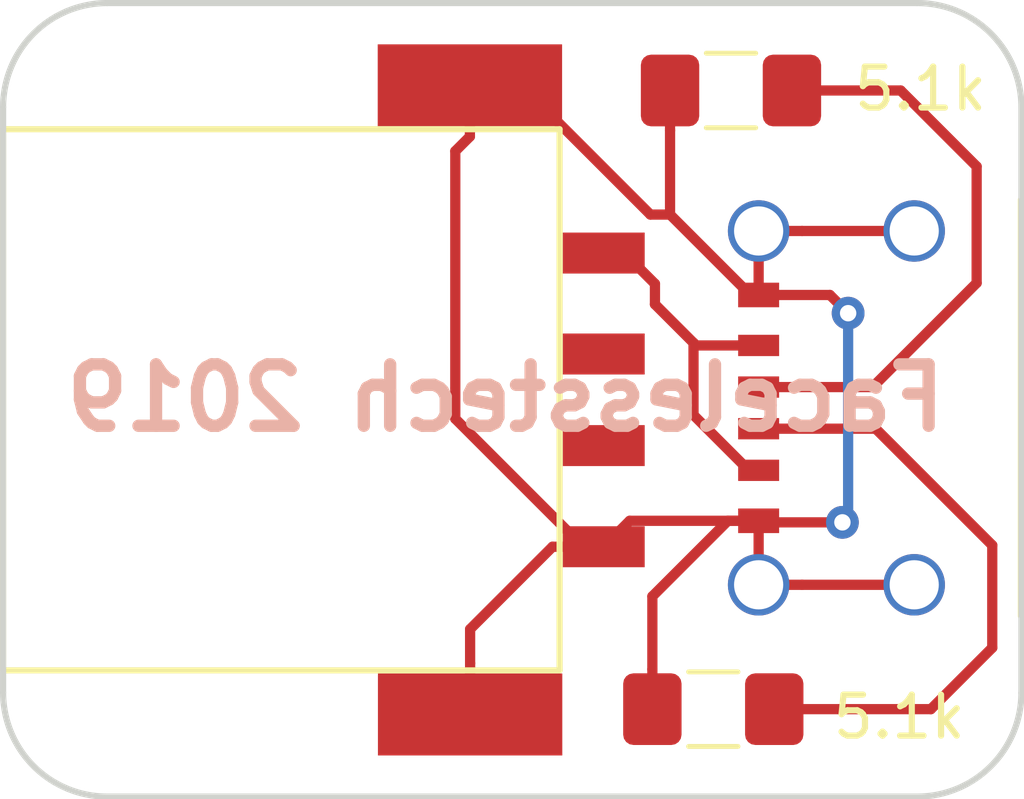
<source format=kicad_pcb>
(kicad_pcb (version 20171130) (host pcbnew 5.0.2+dfsg1-1~bpo9+1)

  (general
    (thickness 1.6)
    (drawings 9)
    (tracks 55)
    (zones 0)
    (modules 4)
    (nets 7)
  )

  (page A4)
  (layers
    (0 F.Cu signal)
    (31 B.Cu signal)
    (32 B.Adhes user)
    (33 F.Adhes user)
    (34 B.Paste user)
    (35 F.Paste user)
    (36 B.SilkS user)
    (37 F.SilkS user)
    (38 B.Mask user)
    (39 F.Mask user)
    (40 Dwgs.User user)
    (41 Cmts.User user)
    (42 Eco1.User user)
    (43 Eco2.User user)
    (44 Edge.Cuts user)
    (45 Margin user)
    (46 B.CrtYd user)
    (47 F.CrtYd user)
    (48 B.Fab user)
    (49 F.Fab user)
  )

  (setup
    (last_trace_width 0.25)
    (trace_clearance 0.2)
    (zone_clearance 0.508)
    (zone_45_only no)
    (trace_min 0.2)
    (segment_width 0.2)
    (edge_width 0.15)
    (via_size 0.8)
    (via_drill 0.4)
    (via_min_size 0.4)
    (via_min_drill 0.3)
    (uvia_size 0.3)
    (uvia_drill 0.1)
    (uvias_allowed no)
    (uvia_min_size 0.2)
    (uvia_min_drill 0.1)
    (pcb_text_width 0.3)
    (pcb_text_size 1.5 1.5)
    (mod_edge_width 0.15)
    (mod_text_size 1 1)
    (mod_text_width 0.15)
    (pad_size 1.524 1.524)
    (pad_drill 0.762)
    (pad_to_mask_clearance 0.051)
    (solder_mask_min_width 0.25)
    (aux_axis_origin 0 0)
    (visible_elements FFFFFF7F)
    (pcbplotparams
      (layerselection 0x010f0_ffffffff)
      (usegerberextensions false)
      (usegerberattributes false)
      (usegerberadvancedattributes false)
      (creategerberjobfile false)
      (excludeedgelayer true)
      (linewidth 0.100000)
      (plotframeref false)
      (viasonmask false)
      (mode 1)
      (useauxorigin false)
      (hpglpennumber 1)
      (hpglpenspeed 20)
      (hpglpendiameter 15.000000)
      (psnegative false)
      (psa4output false)
      (plotreference true)
      (plotvalue true)
      (plotinvisibletext false)
      (padsonsilk false)
      (subtractmaskfromsilk false)
      (outputformat 1)
      (mirror false)
      (drillshape 0)
      (scaleselection 1)
      (outputdirectory "gerbers/"))
  )

  (net 0 "")
  (net 1 "Net-(J1-Pad4)")
  (net 2 "Net-(J1-Pad3)")
  (net 3 "Net-(J1-Pad2)")
  (net 4 "Net-(J1-Pad1)")
  (net 5 "Net-(R1-Pad2)")
  (net 6 "Net-(R2-Pad2)")

  (net_class Default "This is the default net class."
    (clearance 0.2)
    (trace_width 0.25)
    (via_dia 0.8)
    (via_drill 0.4)
    (uvia_dia 0.3)
    (uvia_drill 0.1)
    (add_net "Net-(J1-Pad1)")
    (add_net "Net-(J1-Pad2)")
    (add_net "Net-(J1-Pad3)")
    (add_net "Net-(J1-Pad4)")
    (add_net "Net-(R1-Pad2)")
    (add_net "Net-(R2-Pad2)")
  )

  (module usb_custom:USB_C_6PIN_custom (layer F.Cu) (tedit 5D7A36CF) (tstamp 5D848FFA)
    (at 168.8211 61.0997 270)
    (path /5D77F596)
    (fp_text reference U1 (at 0.1016 -10.2743 270) (layer F.SilkS) hide
      (effects (font (size 1 1) (thickness 0.15)))
    )
    (fp_text value usb_c_6pin (at 0.0635 -8.1026 270) (layer F.Fab) hide
      (effects (font (size 1 1) (thickness 0.15)))
    )
    (fp_line (start -5.08 -6.4008) (end 5.08 -6.4008) (layer F.SilkS) (width 0.15))
    (pad 3 smd rect (at -0.508 0 270) (size 0.52 1) (layers F.Cu F.Paste F.Mask)
      (net 5 "Net-(R1-Pad2)"))
    (pad 4 smd rect (at 0.508 0 270) (size 0.52 1) (layers F.Cu F.Paste F.Mask)
      (net 6 "Net-(R2-Pad2)"))
    (pad 2 smd rect (at 1.524 0 270) (size 0.52 1) (layers F.Cu F.Paste F.Mask)
      (net 4 "Net-(J1-Pad1)"))
    (pad 2 smd rect (at -1.524 0 270) (size 0.52 1) (layers F.Cu F.Paste F.Mask)
      (net 4 "Net-(J1-Pad1)"))
    (pad 1 smd rect (at 2.7559 0 270) (size 0.6 1) (layers F.Cu F.Paste F.Mask)
      (net 1 "Net-(J1-Pad4)"))
    (pad 1 smd rect (at -2.7559 0 270) (size 0.6 1) (layers F.Cu F.Paste F.Mask)
      (net 1 "Net-(J1-Pad4)"))
    (pad 1 thru_hole circle (at 4.318 0 270) (size 1.5 1.5) (drill 1.2) (layers *.Cu *.Mask)
      (net 1 "Net-(J1-Pad4)"))
    (pad 1 thru_hole circle (at -4.318 0 270) (size 1.5 1.5) (drill 1.2) (layers *.Cu *.Mask)
      (net 1 "Net-(J1-Pad4)"))
    (pad 1 thru_hole circle (at -4.318 -3.7973 270) (size 1.5 1.5) (drill 1.2) (layers *.Cu *.Mask)
      (net 1 "Net-(J1-Pad4)"))
    (pad 1 thru_hole circle (at 4.318 -3.7973 270) (size 1.5 1.5) (drill 1.2) (layers *.Cu *.Mask)
      (net 1 "Net-(J1-Pad4)"))
  )

  (module usb_custom:female_usb_custom_smd (layer F.Cu) (tedit 5D7A36F6) (tstamp 5D849129)
    (at 163.079501 60.90234 90)
    (path /5D77F8E6)
    (fp_text reference J1 (at 0 4.7752 90) (layer F.SilkS) hide
      (effects (font (size 1 1) (thickness 0.15)))
    )
    (fp_text value USB_A (at 0 2.6924 90) (layer F.Fab) hide
      (effects (font (size 1 1) (thickness 0.15)))
    )
    (fp_line (start 6.604 0.88392) (end 6.604 -12.7) (layer F.SilkS) (width 0.15))
    (fp_line (start -6.604 0.88392) (end -6.604 -12.7) (layer F.SilkS) (width 0.15))
    (fp_line (start -6.604 0.88392) (end 6.604 0.88392) (layer F.SilkS) (width 0.15))
    (fp_line (start -6.604 -12.7) (end 6.604 -12.7) (layer F.SilkS) (width 0.15))
    (pad 4 smd rect (at -3.58648 1.96088 90) (size 1 2) (layers F.Cu F.Paste F.Mask)
      (net 1 "Net-(J1-Pad4)"))
    (pad 3 smd rect (at -1.1176 1.96088 90) (size 1 2) (layers F.Cu F.Paste F.Mask)
      (net 2 "Net-(J1-Pad3)"))
    (pad 2 smd rect (at 1.1176 1.96088 90) (size 1 2) (layers F.Cu F.Paste F.Mask)
      (net 3 "Net-(J1-Pad2)"))
    (pad 1 smd rect (at 3.5814 1.96088 90) (size 1 2) (layers F.Cu F.Paste F.Mask)
      (net 4 "Net-(J1-Pad1)"))
    (pad 5 smd rect (at 7.67588 -1.30556 90) (size 2 4.5) (layers F.Cu F.Paste F.Mask)
      (net 1 "Net-(J1-Pad4)"))
    (pad 5 smd rect (at -7.68096 -1.30048 90) (size 2 4.5) (layers F.Cu F.Paste F.Mask)
      (net 1 "Net-(J1-Pad4)"))
  )

  (module Resistor_SMD:R_1206_3216Metric_Pad1.42x1.75mm_HandSolder (layer F.Cu) (tedit 5D7A3716) (tstamp 5D848F68)
    (at 168.1464 53.3527)
    (descr "Resistor SMD 1206 (3216 Metric), square (rectangular) end terminal, IPC_7351 nominal with elongated pad for handsoldering. (Body size source: http://www.tortai-tech.com/upload/download/2011102023233369053.pdf), generated with kicad-footprint-generator")
    (tags "resistor handsolder")
    (path /5D77F945)
    (attr smd)
    (fp_text reference 5.1k (at 4.6244 -0.0381) (layer F.SilkS)
      (effects (font (size 1 1) (thickness 0.15)))
    )
    (fp_text value R (at 0 1.82) (layer F.Fab) hide
      (effects (font (size 1 1) (thickness 0.15)))
    )
    (fp_line (start -1.6 0.8) (end -1.6 -0.8) (layer F.Fab) (width 0.1))
    (fp_line (start -1.6 -0.8) (end 1.6 -0.8) (layer F.Fab) (width 0.1))
    (fp_line (start 1.6 -0.8) (end 1.6 0.8) (layer F.Fab) (width 0.1))
    (fp_line (start 1.6 0.8) (end -1.6 0.8) (layer F.Fab) (width 0.1))
    (fp_line (start -0.602064 -0.91) (end 0.602064 -0.91) (layer F.SilkS) (width 0.12))
    (fp_line (start -0.602064 0.91) (end 0.602064 0.91) (layer F.SilkS) (width 0.12))
    (fp_line (start -2.45 1.12) (end -2.45 -1.12) (layer F.CrtYd) (width 0.05))
    (fp_line (start -2.45 -1.12) (end 2.45 -1.12) (layer F.CrtYd) (width 0.05))
    (fp_line (start 2.45 -1.12) (end 2.45 1.12) (layer F.CrtYd) (width 0.05))
    (fp_line (start 2.45 1.12) (end -2.45 1.12) (layer F.CrtYd) (width 0.05))
    (fp_text user %R (at 0 0) (layer F.Fab)
      (effects (font (size 0.8 0.8) (thickness 0.12)))
    )
    (pad 1 smd roundrect (at -1.4875 0) (size 1.425 1.75) (layers F.Cu F.Paste F.Mask) (roundrect_rratio 0.175439)
      (net 1 "Net-(J1-Pad4)"))
    (pad 2 smd roundrect (at 1.4875 0) (size 1.425 1.75) (layers F.Cu F.Paste F.Mask) (roundrect_rratio 0.175439)
      (net 5 "Net-(R1-Pad2)"))
    (model ${KISYS3DMOD}/Resistor_SMD.3dshapes/R_1206_3216Metric.wrl
      (at (xyz 0 0 0))
      (scale (xyz 1 1 1))
      (rotate (xyz 0 0 0))
    )
  )

  (module Resistor_SMD:R_1206_3216Metric_Pad1.42x1.75mm_HandSolder (layer F.Cu) (tedit 5D7A3708) (tstamp 5D848E81)
    (at 167.7146 68.453)
    (descr "Resistor SMD 1206 (3216 Metric), square (rectangular) end terminal, IPC_7351 nominal with elongated pad for handsoldering. (Body size source: http://www.tortai-tech.com/upload/download/2011102023233369053.pdf), generated with kicad-footprint-generator")
    (tags "resistor handsolder")
    (path /5D77F99D)
    (attr smd)
    (fp_text reference 5.1k (at 4.5355 0.1905) (layer F.SilkS)
      (effects (font (size 1 1) (thickness 0.15)))
    )
    (fp_text value R (at 0 1.82) (layer F.Fab) hide
      (effects (font (size 1 1) (thickness 0.15)))
    )
    (fp_text user %R (at 0 0) (layer F.Fab)
      (effects (font (size 0.8 0.8) (thickness 0.12)))
    )
    (fp_line (start 2.45 1.12) (end -2.45 1.12) (layer F.CrtYd) (width 0.05))
    (fp_line (start 2.45 -1.12) (end 2.45 1.12) (layer F.CrtYd) (width 0.05))
    (fp_line (start -2.45 -1.12) (end 2.45 -1.12) (layer F.CrtYd) (width 0.05))
    (fp_line (start -2.45 1.12) (end -2.45 -1.12) (layer F.CrtYd) (width 0.05))
    (fp_line (start -0.602064 0.91) (end 0.602064 0.91) (layer F.SilkS) (width 0.12))
    (fp_line (start -0.602064 -0.91) (end 0.602064 -0.91) (layer F.SilkS) (width 0.12))
    (fp_line (start 1.6 0.8) (end -1.6 0.8) (layer F.Fab) (width 0.1))
    (fp_line (start 1.6 -0.8) (end 1.6 0.8) (layer F.Fab) (width 0.1))
    (fp_line (start -1.6 -0.8) (end 1.6 -0.8) (layer F.Fab) (width 0.1))
    (fp_line (start -1.6 0.8) (end -1.6 -0.8) (layer F.Fab) (width 0.1))
    (pad 2 smd roundrect (at 1.4875 0) (size 1.425 1.75) (layers F.Cu F.Paste F.Mask) (roundrect_rratio 0.175439)
      (net 6 "Net-(R2-Pad2)"))
    (pad 1 smd roundrect (at -1.4875 0) (size 1.425 1.75) (layers F.Cu F.Paste F.Mask) (roundrect_rratio 0.175439)
      (net 1 "Net-(J1-Pad4)"))
    (model ${KISYS3DMOD}/Resistor_SMD.3dshapes/R_1206_3216Metric.wrl
      (at (xyz 0 0 0))
      (scale (xyz 1 1 1))
      (rotate (xyz 0 0 0))
    )
  )

  (gr_text "Facelesstech 2019" (at 162.6489 60.8584) (layer B.SilkS)
    (effects (font (size 1.5 1.5) (thickness 0.3)) (justify mirror))
  )
  (gr_line (start 152.9207 51.2191) (end 172.6819 51.2191) (layer Edge.Cuts) (width 0.15) (tstamp 5D7F5381))
  (gr_line (start 152.9207 70.5866) (end 172.6819 70.5866) (layer Edge.Cuts) (width 0.15))
  (gr_line (start 150.3807 53.7591) (end 150.3807 68.0466) (layer Edge.Cuts) (width 0.15) (tstamp 5D849188))
  (gr_line (start 175.2346 53.7845) (end 175.2346 68.072) (layer Edge.Cuts) (width 0.15))
  (gr_arc (start 152.9207 68.0466) (end 150.3807 68.0466) (angle -90) (layer Edge.Cuts) (width 0.15) (tstamp 5D849172))
  (gr_arc (start 172.6946 68.0466) (end 172.6946 70.5866) (angle -90) (layer Edge.Cuts) (width 0.15) (tstamp 5D84915D))
  (gr_arc (start 152.9207 53.7591) (end 152.9207 51.2191) (angle -90) (layer Edge.Cuts) (width 0.15) (tstamp 5D84915D))
  (gr_arc (start 172.6946 53.7591) (end 175.2346 53.7591) (angle -90) (layer Edge.Cuts) (width 0.15))

  (segment (start 161.779021 67.3333) (end 161.779021 68.5833) (width 0.25) (layer F.Cu) (net 1))
  (segment (start 161.779021 66.50018) (end 161.779021 67.3333) (width 0.25) (layer F.Cu) (net 1))
  (segment (start 163.790381 64.48882) (end 161.779021 66.50018) (width 0.25) (layer F.Cu) (net 1))
  (segment (start 165.040381 64.48882) (end 163.790381 64.48882) (width 0.25) (layer F.Cu) (net 1))
  (segment (start 161.773941 54.47646) (end 161.417 54.833401) (width 0.25) (layer F.Cu) (net 1))
  (segment (start 161.773941 53.22646) (end 161.773941 54.47646) (width 0.25) (layer F.Cu) (net 1))
  (segment (start 164.540381 64.48882) (end 165.040381 64.48882) (width 0.25) (layer F.Cu) (net 1))
  (segment (start 161.417 61.365439) (end 164.540381 64.48882) (width 0.25) (layer F.Cu) (net 1))
  (segment (start 161.417 54.833401) (end 161.417 61.365439) (width 0.25) (layer F.Cu) (net 1))
  (segment (start 169.88176 56.7817) (end 172.6184 56.7817) (width 0.25) (layer F.Cu) (net 1))
  (segment (start 168.8211 56.7817) (end 169.88176 56.7817) (width 0.25) (layer F.Cu) (net 1))
  (segment (start 168.8211 58.3438) (end 168.8211 56.7817) (width 0.25) (layer F.Cu) (net 1))
  (segment (start 168.8211 63.8556) (end 168.8211 65.4177) (width 0.25) (layer F.Cu) (net 1))
  (segment (start 169.88176 65.4177) (end 172.6184 65.4177) (width 0.25) (layer F.Cu) (net 1))
  (segment (start 168.8211 65.4177) (end 169.88176 65.4177) (width 0.25) (layer F.Cu) (net 1))
  (segment (start 165.673601 63.8556) (end 165.040381 64.48882) (width 0.25) (layer F.Cu) (net 1))
  (segment (start 168.8211 63.8556) (end 165.673601 63.8556) (width 0.25) (layer F.Cu) (net 1))
  (segment (start 166.2271 65.6996) (end 166.2271 67.478) (width 0.25) (layer F.Cu) (net 1))
  (segment (start 166.2271 67.478) (end 166.2271 68.453) (width 0.25) (layer F.Cu) (net 1))
  (segment (start 168.0711 63.8556) (end 166.2271 65.6996) (width 0.25) (layer F.Cu) (net 1))
  (segment (start 168.8211 63.8556) (end 168.0711 63.8556) (width 0.25) (layer F.Cu) (net 1))
  (segment (start 166.6589 54.3277) (end 166.6589 53.3527) (width 0.25) (layer F.Cu) (net 1))
  (segment (start 166.6589 56.3816) (end 166.6589 54.3277) (width 0.25) (layer F.Cu) (net 1))
  (segment (start 168.6211 58.3438) (end 166.6589 56.3816) (width 0.25) (layer F.Cu) (net 1))
  (segment (start 168.8211 58.3438) (end 168.6211 58.3438) (width 0.25) (layer F.Cu) (net 1))
  (segment (start 163.023941 53.22646) (end 161.773941 53.22646) (width 0.25) (layer F.Cu) (net 1))
  (segment (start 166.179081 56.3816) (end 163.023941 53.22646) (width 0.25) (layer F.Cu) (net 1))
  (segment (start 166.6589 56.3816) (end 166.179081 56.3816) (width 0.25) (layer F.Cu) (net 1))
  (via (at 171.0055 58.7883) (size 0.8) (drill 0.4) (layers F.Cu B.Cu) (net 1))
  (segment (start 170.561 58.3438) (end 171.0055 58.7883) (width 0.25) (layer F.Cu) (net 1))
  (segment (start 168.8211 58.3438) (end 170.561 58.3438) (width 0.25) (layer F.Cu) (net 1))
  (via (at 170.8658 63.8937) (size 0.8) (drill 0.4) (layers F.Cu B.Cu) (net 1))
  (segment (start 171.0055 63.754) (end 170.8658 63.8937) (width 0.25) (layer B.Cu) (net 1))
  (segment (start 171.0055 58.7883) (end 171.0055 63.754) (width 0.25) (layer B.Cu) (net 1))
  (segment (start 168.8592 63.8937) (end 168.8211 63.8556) (width 0.25) (layer F.Cu) (net 1))
  (segment (start 170.8658 63.8937) (end 168.8592 63.8937) (width 0.25) (layer F.Cu) (net 1))
  (segment (start 165.540381 57.32094) (end 165.040381 57.32094) (width 0.25) (layer F.Cu) (net 4))
  (segment (start 166.290381 58.07094) (end 165.540381 57.32094) (width 0.25) (layer F.Cu) (net 4))
  (segment (start 166.290381 58.57094) (end 166.290381 58.07094) (width 0.25) (layer F.Cu) (net 4))
  (segment (start 168.8211 59.5757) (end 167.295141 59.5757) (width 0.25) (layer F.Cu) (net 4))
  (segment (start 168.5811 62.6237) (end 167.231641 61.274241) (width 0.25) (layer F.Cu) (net 4))
  (segment (start 167.295141 59.5757) (end 167.231641 59.5122) (width 0.25) (layer F.Cu) (net 4))
  (segment (start 167.231641 61.274241) (end 167.231641 59.5122) (width 0.25) (layer F.Cu) (net 4))
  (segment (start 168.8211 62.6237) (end 168.5811 62.6237) (width 0.25) (layer F.Cu) (net 4))
  (segment (start 167.231641 59.5122) (end 166.290381 58.57094) (width 0.25) (layer F.Cu) (net 4))
  (segment (start 168.8211 60.5917) (end 171.6024 60.5917) (width 0.25) (layer F.Cu) (net 5))
  (segment (start 171.6024 60.5917) (end 174.1424 58.0517) (width 0.25) (layer F.Cu) (net 5))
  (segment (start 174.1424 58.0517) (end 174.1424 55.2069) (width 0.25) (layer F.Cu) (net 5))
  (segment (start 172.2882 53.3527) (end 169.6339 53.3527) (width 0.25) (layer F.Cu) (net 5))
  (segment (start 174.1424 55.2069) (end 172.2882 53.3527) (width 0.25) (layer F.Cu) (net 5))
  (segment (start 168.8211 61.6077) (end 171.6786 61.6077) (width 0.25) (layer F.Cu) (net 6))
  (segment (start 171.6786 61.6077) (end 174.5234 64.4525) (width 0.25) (layer F.Cu) (net 6))
  (segment (start 174.5234 64.4525) (end 174.5234 66.9544) (width 0.25) (layer F.Cu) (net 6))
  (segment (start 173.0248 68.453) (end 169.2021 68.453) (width 0.25) (layer F.Cu) (net 6))
  (segment (start 174.5234 66.9544) (end 173.0248 68.453) (width 0.25) (layer F.Cu) (net 6))

)

</source>
